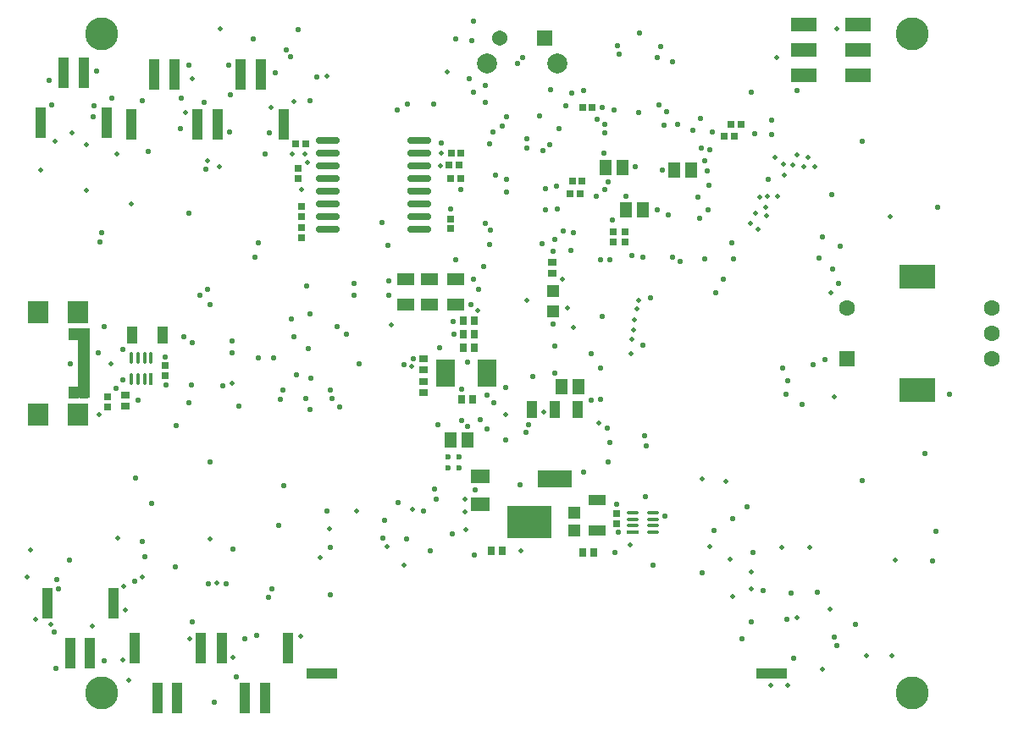
<source format=gbs>
G04*
G04 #@! TF.GenerationSoftware,Altium Limited,Altium Designer,22.1.2 (22)*
G04*
G04 Layer_Color=16711935*
%FSLAX44Y44*%
%MOMM*%
G71*
G04*
G04 #@! TF.SameCoordinates,DF868C21-73AE-4418-8FF8-C31C1020728F*
G04*
G04*
G04 #@! TF.FilePolarity,Negative*
G04*
G01*
G75*
%ADD31R,0.3750X1.1565*%
G04:AMPARAMS|DCode=32|XSize=1.1565mm|YSize=0.375mm|CornerRadius=0.1875mm|HoleSize=0mm|Usage=FLASHONLY|Rotation=90.000|XOffset=0mm|YOffset=0mm|HoleType=Round|Shape=RoundedRectangle|*
%AMROUNDEDRECTD32*
21,1,1.1565,0.0000,0,0,90.0*
21,1,0.7815,0.3750,0,0,90.0*
1,1,0.3750,0.0000,0.3908*
1,1,0.3750,0.0000,-0.3908*
1,1,0.3750,0.0000,-0.3908*
1,1,0.3750,0.0000,0.3908*
%
%ADD32ROUNDEDRECTD32*%
%ADD69R,0.8500X0.7500*%
%ADD73R,0.7500X0.8500*%
%ADD74R,0.7400X0.6400*%
%ADD81R,0.6400X0.7400*%
%ADD82R,1.0000X1.7500*%
%ADD84R,1.3000X1.2000*%
%ADD85R,1.9000X1.4500*%
%ADD86R,0.7500X0.6500*%
%ADD87R,0.6500X0.7500*%
%ADD95C,0.6500*%
%ADD96R,3.6000X2.4000*%
%ADD97R,1.6000X1.6000*%
%ADD98C,1.6000*%
%ADD99R,1.5400X1.5400*%
%ADD100C,1.5400*%
%ADD101C,2.0000*%
%ADD102C,3.3000*%
%ADD103C,0.5500*%
%ADD104C,0.5000*%
%ADD105C,0.6000*%
%ADD120R,1.1500X0.3000*%
G04:AMPARAMS|DCode=121|XSize=0.6mm|YSize=1.15mm|CornerRadius=0.15mm|HoleSize=0mm|Usage=FLASHONLY|Rotation=90.000|XOffset=0mm|YOffset=0mm|HoleType=Round|Shape=RoundedRectangle|*
%AMROUNDEDRECTD121*
21,1,0.6000,0.8500,0,0,90.0*
21,1,0.3000,1.1500,0,0,90.0*
1,1,0.3000,0.4250,0.1500*
1,1,0.3000,0.4250,-0.1500*
1,1,0.3000,-0.4250,-0.1500*
1,1,0.3000,-0.4250,0.1500*
%
%ADD121ROUNDEDRECTD121*%
G04:AMPARAMS|DCode=122|XSize=0.6mm|YSize=1.1mm|CornerRadius=0.15mm|HoleSize=0mm|Usage=FLASHONLY|Rotation=90.000|XOffset=0mm|YOffset=0mm|HoleType=Round|Shape=RoundedRectangle|*
%AMROUNDEDRECTD122*
21,1,0.6000,0.8000,0,0,90.0*
21,1,0.3000,1.1000,0,0,90.0*
1,1,0.3000,0.4000,0.1500*
1,1,0.3000,0.4000,-0.1500*
1,1,0.3000,-0.4000,-0.1500*
1,1,0.3000,-0.4000,0.1500*
%
%ADD122ROUNDEDRECTD122*%
%ADD123R,2.0000X2.1800*%
%ADD126R,1.1565X0.3750*%
G04:AMPARAMS|DCode=127|XSize=1.1565mm|YSize=0.375mm|CornerRadius=0.1875mm|HoleSize=0mm|Usage=FLASHONLY|Rotation=0.000|XOffset=0mm|YOffset=0mm|HoleType=Round|Shape=RoundedRectangle|*
%AMROUNDEDRECTD127*
21,1,1.1565,0.0000,0,0,0.0*
21,1,0.7815,0.3750,0,0,0.0*
1,1,0.3750,0.3908,0.0000*
1,1,0.3750,-0.3908,0.0000*
1,1,0.3750,-0.3908,0.0000*
1,1,0.3750,0.3908,0.0000*
%
%ADD127ROUNDEDRECTD127*%
%ADD130R,1.7062X1.1544*%
%ADD136R,1.0160X1.2090*%
%ADD137R,1.0160X1.2097*%
%ADD138R,1.1477X6.9907*%
%ADD139R,1.9050X2.7940*%
%ADD140O,2.4000X0.7000*%
%ADD141R,1.1000X3.1000*%
%ADD142R,2.6400X1.3700*%
%ADD143R,3.1000X1.1000*%
%ADD144O,1.8000X0.5500*%
%ADD145R,1.3000X1.5000*%
%ADD146R,1.7500X1.0000*%
%ADD147R,1.2500X1.2000*%
%ADD148R,4.4500X3.3000*%
%ADD149R,3.3500X1.8000*%
%ADD150R,1.1000X1.8000*%
D31*
X129342Y344266D02*
D03*
D32*
X122842D02*
D03*
X116342D02*
D03*
X109842D02*
D03*
Y365283D02*
D03*
X116342D02*
D03*
X122842D02*
D03*
X129342D02*
D03*
D69*
X401643Y353942D02*
D03*
Y364942D02*
D03*
Y330500D02*
D03*
Y341500D02*
D03*
X530583Y461099D02*
D03*
Y450099D02*
D03*
X103884Y317408D02*
D03*
Y328408D02*
D03*
D73*
X452889Y388920D02*
D03*
X441889D02*
D03*
Y375420D02*
D03*
X452889D02*
D03*
X439639Y323920D02*
D03*
X450639D02*
D03*
X441889Y402420D02*
D03*
X452889D02*
D03*
X560500Y171000D02*
D03*
X571500D02*
D03*
X469500Y172000D02*
D03*
X480500D02*
D03*
D74*
X143385Y357525D02*
D03*
Y347525D02*
D03*
X602920Y481406D02*
D03*
Y491406D02*
D03*
X591420Y481406D02*
D03*
Y491406D02*
D03*
X594500Y199670D02*
D03*
Y209670D02*
D03*
X279456Y485448D02*
D03*
Y495448D02*
D03*
X279626Y506904D02*
D03*
Y516904D02*
D03*
X428819Y504674D02*
D03*
Y494674D02*
D03*
X86000Y326616D02*
D03*
Y316616D02*
D03*
D81*
X718883Y598906D02*
D03*
X708883D02*
D03*
X712420Y587406D02*
D03*
X702420D02*
D03*
X548587Y530074D02*
D03*
X558587D02*
D03*
X550420Y542406D02*
D03*
X560420D02*
D03*
X570481Y616345D02*
D03*
X560481D02*
D03*
X438861Y545332D02*
D03*
X428861D02*
D03*
D82*
X110345Y388380D02*
D03*
X140845D02*
D03*
D84*
X530868Y432654D02*
D03*
Y411653D02*
D03*
D85*
X458750Y219000D02*
D03*
Y247000D02*
D03*
D86*
X276500Y555250D02*
D03*
Y545250D02*
D03*
D87*
X284250Y579500D02*
D03*
X274250D02*
D03*
X437519Y558130D02*
D03*
X427519D02*
D03*
X439236Y570560D02*
D03*
X429236D02*
D03*
D95*
X51050Y388900D02*
D03*
Y331100D02*
D03*
D96*
X895000Y333000D02*
D03*
Y447000D02*
D03*
D97*
X825000Y365000D02*
D03*
D98*
Y415000D02*
D03*
X970000Y365000D02*
D03*
Y390000D02*
D03*
Y415000D02*
D03*
D99*
X522500Y685138D02*
D03*
D100*
X477500D02*
D03*
D101*
X535050Y660238D02*
D03*
X464950D02*
D03*
D102*
X80000Y690000D02*
D03*
X890000D02*
D03*
Y30000D02*
D03*
X80000D02*
D03*
D103*
X764500Y104250D02*
D03*
X680500Y150500D02*
D03*
X35250Y143250D02*
D03*
X201000Y337500D02*
D03*
X294750Y646180D02*
D03*
X247250Y591000D02*
D03*
X36604Y134473D02*
D03*
X745939Y544439D02*
D03*
X621049Y378201D02*
D03*
X170750Y101500D02*
D03*
X34000Y54750D02*
D03*
X375750Y613500D02*
D03*
X385750Y619250D02*
D03*
X387923Y533018D02*
D03*
X272000Y386750D02*
D03*
X71750Y606500D02*
D03*
X419500Y580750D02*
D03*
X120750Y623000D02*
D03*
X72500Y617500D02*
D03*
X208250Y629000D02*
D03*
X159500Y625500D02*
D03*
X729500Y101500D02*
D03*
X504000Y290750D02*
D03*
X815250Y77250D02*
D03*
X32500Y91500D02*
D03*
X650500Y466000D02*
D03*
X408500Y172250D02*
D03*
X90500Y625250D02*
D03*
X260750Y333000D02*
D03*
X453750Y233750D02*
D03*
X169293Y338359D02*
D03*
X595500Y677750D02*
D03*
X465250Y328500D02*
D03*
X178000Y427750D02*
D03*
X470998Y591263D02*
D03*
X480750Y597250D02*
D03*
X484250Y606750D02*
D03*
X308750Y333000D02*
D03*
X523750Y513750D02*
D03*
X207500Y591250D02*
D03*
X101250Y343500D02*
D03*
X628500Y425750D02*
D03*
X658200Y462050D02*
D03*
X463750Y500250D02*
D03*
X468250Y493500D02*
D03*
X94500Y335250D02*
D03*
X613250Y556750D02*
D03*
X506500Y298500D02*
D03*
X446000Y296750D02*
D03*
X391250Y364750D02*
D03*
X431750Y402000D02*
D03*
X144250Y338000D02*
D03*
X520750Y573000D02*
D03*
X791500Y359000D02*
D03*
X711250Y464250D02*
D03*
X215000Y46000D02*
D03*
X810750Y454500D02*
D03*
X812500Y86000D02*
D03*
X537250Y594500D02*
D03*
X730750Y170750D02*
D03*
X430250Y189750D02*
D03*
X376500Y220500D02*
D03*
X768750Y130250D02*
D03*
X186250Y139250D02*
D03*
X304989Y212619D02*
D03*
X310190Y324537D02*
D03*
X318016Y316609D02*
D03*
X691936Y192936D02*
D03*
X182651Y621340D02*
D03*
X29592Y618927D02*
D03*
X484000Y335500D02*
D03*
X533087Y350163D02*
D03*
X510538Y346962D02*
D03*
X362500Y203000D02*
D03*
X439463Y302596D02*
D03*
X415750Y298250D02*
D03*
X498070Y238363D02*
D03*
X578550Y323629D02*
D03*
X569250Y323250D02*
D03*
X532596Y377500D02*
D03*
X483455Y283000D02*
D03*
X585233Y294826D02*
D03*
X561583Y251090D02*
D03*
X586039Y261276D02*
D03*
X710307Y204177D02*
D03*
X465615Y294614D02*
D03*
X468090Y478906D02*
D03*
X461865Y456900D02*
D03*
X472164Y320562D02*
D03*
X485042Y531303D02*
D03*
X463550Y621522D02*
D03*
X501061Y665899D02*
D03*
X495348Y660238D02*
D03*
X528739Y634007D02*
D03*
X549953Y630406D02*
D03*
X530868Y399571D02*
D03*
X720000Y84000D02*
D03*
X631373Y158239D02*
D03*
X593020Y171098D02*
D03*
X452889Y168000D02*
D03*
X596750Y190920D02*
D03*
X725000Y216021D02*
D03*
X385000Y184000D02*
D03*
X361465Y185250D02*
D03*
X308638Y175750D02*
D03*
X308630Y128386D02*
D03*
X580359Y615906D02*
D03*
X575359Y603906D02*
D03*
X582649Y599155D02*
D03*
X582920Y590906D02*
D03*
X771514Y65000D02*
D03*
X795761Y130750D02*
D03*
X412812Y233819D02*
D03*
X204322Y139633D02*
D03*
X243606Y569362D02*
D03*
X154688Y298000D02*
D03*
X439639Y334434D02*
D03*
X246704Y125978D02*
D03*
X468011Y579800D02*
D03*
X505000Y584471D02*
D03*
X517448Y607406D02*
D03*
X505000Y575461D02*
D03*
X473870Y548544D02*
D03*
X126296Y571721D02*
D03*
X130259Y219900D02*
D03*
X775000Y633399D02*
D03*
X544068Y617949D02*
D03*
X216747Y317408D02*
D03*
X258908Y323815D02*
D03*
X210439Y370440D02*
D03*
X167407Y320316D02*
D03*
X231465Y684450D02*
D03*
X610359Y467655D02*
D03*
X588220Y463400D02*
D03*
X578596D02*
D03*
X586420Y541748D02*
D03*
X581709Y570648D02*
D03*
X650240Y661677D02*
D03*
X643074Y206744D02*
D03*
X579920Y407212D02*
D03*
X597485Y669225D02*
D03*
X617920Y690340D02*
D03*
X638720Y677438D02*
D03*
X635169Y666010D02*
D03*
X82722Y396630D02*
D03*
X120250Y182015D02*
D03*
X122842Y166750D02*
D03*
X447389Y644750D02*
D03*
X616659Y611079D02*
D03*
X434236Y684917D02*
D03*
X268814Y666960D02*
D03*
X264354Y673720D02*
D03*
X253464Y650677D02*
D03*
X276256Y694131D02*
D03*
X840277Y242500D02*
D03*
X840094Y582500D02*
D03*
X915914Y516000D02*
D03*
X594500Y219314D02*
D03*
X450000Y682850D02*
D03*
X451419Y702150D02*
D03*
X288370Y622451D02*
D03*
X428819Y514162D02*
D03*
X682920Y562406D02*
D03*
X729155Y630905D02*
D03*
X367274Y427706D02*
D03*
Y442654D02*
D03*
X449019Y418532D02*
D03*
X288318Y409677D02*
D03*
X551829Y490938D02*
D03*
X541500Y492423D02*
D03*
X646480Y508906D02*
D03*
X682920Y464349D02*
D03*
X701342Y443778D02*
D03*
X796683Y465608D02*
D03*
X765714Y342500D02*
D03*
X417819Y375420D02*
D03*
X432599Y388920D02*
D03*
X800433Y486406D02*
D03*
X185486Y433777D02*
D03*
X188587Y418383D02*
D03*
X76916Y370858D02*
D03*
X48752Y359799D02*
D03*
X143385Y366442D02*
D03*
X116787Y323153D02*
D03*
X458683Y304000D02*
D03*
X451419Y631500D02*
D03*
X411617Y619545D02*
D03*
X360308Y501115D02*
D03*
X414650Y224000D02*
D03*
X211408Y174357D02*
D03*
X623316Y226874D02*
D03*
X622471Y287500D02*
D03*
X624170Y277500D02*
D03*
X587920Y281124D02*
D03*
X640410Y553467D02*
D03*
X603784Y527406D02*
D03*
X590359Y503648D02*
D03*
X574392Y526874D02*
D03*
X582920Y534031D02*
D03*
X463500Y638406D02*
D03*
X184183Y554656D02*
D03*
X113068Y141659D02*
D03*
X47848Y163500D02*
D03*
X233250Y466574D02*
D03*
X207209Y658750D02*
D03*
X167093Y658500D02*
D03*
X158592Y594927D02*
D03*
X236714Y480456D02*
D03*
X332618Y439560D02*
D03*
Y427995D02*
D03*
X269765Y404648D02*
D03*
X286260Y375150D02*
D03*
X251752Y365775D02*
D03*
X732708Y589706D02*
D03*
X690085Y591346D02*
D03*
X678653Y605398D02*
D03*
X687481Y573879D02*
D03*
X679475Y575461D02*
D03*
X484925Y543788D02*
D03*
X534333Y537705D02*
D03*
X433658Y463400D02*
D03*
X324244Y388920D02*
D03*
X210439Y382487D02*
D03*
X283729Y325000D02*
D03*
X289244Y345093D02*
D03*
X275000Y348934D02*
D03*
X236714Y365775D02*
D03*
X365878Y477641D02*
D03*
X256987Y198199D02*
D03*
X249741Y134485D02*
D03*
X337618Y359684D02*
D03*
X285118Y437435D02*
D03*
X315506Y396518D02*
D03*
X684982Y552976D02*
D03*
X686999Y538087D02*
D03*
X675850Y526345D02*
D03*
X677813Y505170D02*
D03*
X686226Y513583D02*
D03*
X620784Y466044D02*
D03*
X548789Y473136D02*
D03*
X533165Y484276D02*
D03*
X530917Y471877D02*
D03*
X519930Y479839D02*
D03*
X523973Y535015D02*
D03*
X833777Y98464D02*
D03*
X741526Y133000D02*
D03*
X438861Y533898D02*
D03*
X561477Y633399D02*
D03*
X637481Y618953D02*
D03*
X642480Y598002D02*
D03*
X655359Y599155D02*
D03*
X670618Y592805D02*
D03*
X760802Y355283D02*
D03*
X535296Y514202D02*
D03*
X457152Y433612D02*
D03*
X288318Y314158D02*
D03*
X170811Y380266D02*
D03*
X527996Y578906D02*
D03*
X101183Y373942D02*
D03*
X162441Y386602D02*
D03*
X710000Y480936D02*
D03*
X234911Y87778D02*
D03*
X80000Y490448D02*
D03*
X27460Y643000D02*
D03*
X74812Y652500D02*
D03*
X223407Y84000D02*
D03*
X82638Y62220D02*
D03*
X192811Y20562D02*
D03*
X913734Y191706D02*
D03*
X750000Y603467D02*
D03*
X803014Y363824D02*
D03*
X635359Y513382D02*
D03*
X779819Y319000D02*
D03*
X764130Y329094D02*
D03*
X591984Y613906D02*
D03*
X927085Y329094D02*
D03*
X902630Y270000D02*
D03*
X910924Y161886D02*
D03*
X818462Y476840D02*
D03*
X750000Y589000D02*
D03*
X810000Y528467D02*
D03*
X816500Y439852D02*
D03*
X644670Y612251D02*
D03*
X578596Y355283D02*
D03*
X569519Y369641D02*
D03*
X78093Y481381D02*
D03*
X401643Y212581D02*
D03*
X382393Y359000D02*
D03*
X693624Y430654D02*
D03*
X445519Y361275D02*
D03*
X451419Y444050D02*
D03*
X167093Y510000D02*
D03*
X188745Y261301D02*
D03*
X262188Y238000D02*
D03*
X113908Y245015D02*
D03*
X153383Y156235D02*
D03*
D104*
X710750Y127000D02*
D03*
X106750Y43000D02*
D03*
X688250Y177000D02*
D03*
X759500Y175750D02*
D03*
X762000Y548750D02*
D03*
X756000Y527250D02*
D03*
X738000Y526250D02*
D03*
X283000Y569250D02*
D03*
X285750Y561000D02*
D03*
X188250Y184500D02*
D03*
X249250Y616000D02*
D03*
X185500Y563000D02*
D03*
X8500Y173000D02*
D03*
X5250Y146250D02*
D03*
X787500Y175500D02*
D03*
X869500Y67250D02*
D03*
X210500Y339750D02*
D03*
X443500Y224250D02*
D03*
X365500Y176250D02*
D03*
X844500Y67000D02*
D03*
X298000Y165500D02*
D03*
X504780Y423000D02*
D03*
X545963Y415750D02*
D03*
X551533Y396250D02*
D03*
X744500Y507750D02*
D03*
X736000Y494000D02*
D03*
X728415Y500102D02*
D03*
X743529Y516145D02*
D03*
X733500Y510500D02*
D03*
X745843Y527285D02*
D03*
X609000Y369500D02*
D03*
X610288Y383962D02*
D03*
X611250Y393612D02*
D03*
X443320Y211750D02*
D03*
X390250Y357250D02*
D03*
X612375Y403625D02*
D03*
X614723Y414973D02*
D03*
X616529Y423279D02*
D03*
X873250Y162750D02*
D03*
X868250Y507250D02*
D03*
X390279Y214000D02*
D03*
X444320Y193750D02*
D03*
X608250Y178000D02*
D03*
X369250Y398552D02*
D03*
X270750Y569750D02*
D03*
X164000Y611250D02*
D03*
X95500Y569500D02*
D03*
X64350Y578400D02*
D03*
Y533100D02*
D03*
X120250Y146250D02*
D03*
X102250Y137250D02*
D03*
X70250Y97250D02*
D03*
X540500Y444250D02*
D03*
X761877Y559373D02*
D03*
X753007Y566257D02*
D03*
X793273Y556500D02*
D03*
X782134Y556706D02*
D03*
X770994Y558134D02*
D03*
X774680Y568500D02*
D03*
X786250Y566000D02*
D03*
X800323Y53677D02*
D03*
X335000Y212500D02*
D03*
X308000Y194500D02*
D03*
X775117Y105633D02*
D03*
X808000Y114086D02*
D03*
X809000Y430700D02*
D03*
X812750Y326344D02*
D03*
X729250Y151320D02*
D03*
X729500Y134000D02*
D03*
X77785Y308900D02*
D03*
X766000Y37594D02*
D03*
X382500Y158250D02*
D03*
X418750Y558040D02*
D03*
X279626Y533898D02*
D03*
X419750Y570604D02*
D03*
X96250Y184750D02*
D03*
X425750Y651750D02*
D03*
X14250Y104000D02*
D03*
X305057Y646999D02*
D03*
X456045Y412500D02*
D03*
X195500Y140000D02*
D03*
X29000Y99000D02*
D03*
X89200Y359250D02*
D03*
X198750Y694540D02*
D03*
X103750Y113000D02*
D03*
X101000Y63355D02*
D03*
X167750Y84250D02*
D03*
X211000Y66000D02*
D03*
X278657Y87250D02*
D03*
X272250Y621750D02*
D03*
X198000Y557000D02*
D03*
X170750Y644500D02*
D03*
X110000Y519250D02*
D03*
X19062Y553062D02*
D03*
X483500Y309000D02*
D03*
X50250Y590250D02*
D03*
X33125Y582265D02*
D03*
X708500Y163750D02*
D03*
X748750Y38000D02*
D03*
X522250Y311250D02*
D03*
X576535Y299847D02*
D03*
X680250Y244250D02*
D03*
X703750Y241500D02*
D03*
X499000Y172000D02*
D03*
X815000Y695000D02*
D03*
X755000Y666010D02*
D03*
D105*
X426519Y255802D02*
D03*
Y266802D02*
D03*
X437519Y255802D02*
D03*
Y266802D02*
D03*
D120*
X61800Y377500D02*
D03*
Y372500D02*
D03*
Y367500D02*
D03*
Y362500D02*
D03*
Y357500D02*
D03*
Y352500D02*
D03*
Y347500D02*
D03*
Y342500D02*
D03*
D121*
X62000Y384000D02*
D03*
Y336000D02*
D03*
D122*
X62300Y392000D02*
D03*
Y328000D02*
D03*
D123*
X56050Y411100D02*
D03*
Y308900D02*
D03*
X16750Y411100D02*
D03*
Y308900D02*
D03*
D126*
X610517Y190920D02*
D03*
D127*
Y197420D02*
D03*
Y203920D02*
D03*
Y210420D02*
D03*
X631534D02*
D03*
Y203920D02*
D03*
Y197420D02*
D03*
Y190920D02*
D03*
D130*
X407854Y418532D02*
D03*
Y444050D02*
D03*
X383618Y418532D02*
D03*
Y444050D02*
D03*
X433617Y418532D02*
D03*
Y444050D02*
D03*
D136*
X51670Y331095D02*
D03*
D137*
Y388908D02*
D03*
D138*
X61799Y360004D02*
D03*
D139*
X465570Y349934D02*
D03*
X423660D02*
D03*
D140*
X306118Y494448D02*
D03*
Y507148D02*
D03*
Y519848D02*
D03*
Y532548D02*
D03*
Y545248D02*
D03*
Y557948D02*
D03*
Y570648D02*
D03*
Y583348D02*
D03*
X397118Y494448D02*
D03*
Y507148D02*
D03*
Y519848D02*
D03*
Y532548D02*
D03*
Y545248D02*
D03*
Y557948D02*
D03*
Y570648D02*
D03*
Y583348D02*
D03*
D141*
X48459Y70078D02*
D03*
X68459D02*
D03*
X91459Y120078D02*
D03*
X25459D02*
D03*
X135645Y25000D02*
D03*
X155645D02*
D03*
X178645Y75000D02*
D03*
X112645D02*
D03*
X223407Y25000D02*
D03*
X243407D02*
D03*
X266407Y75000D02*
D03*
X200407D02*
D03*
X62062Y650500D02*
D03*
X42062D02*
D03*
X19062Y600500D02*
D03*
X85062D02*
D03*
X152811Y649340D02*
D03*
X132811D02*
D03*
X109811Y599340D02*
D03*
X175811D02*
D03*
X239214Y649340D02*
D03*
X219214D02*
D03*
X196214Y599340D02*
D03*
X262214D02*
D03*
D142*
X781798Y648600D02*
D03*
X836398D02*
D03*
X781798Y674000D02*
D03*
X836398D02*
D03*
X781798Y699400D02*
D03*
X836398D02*
D03*
D143*
X750000Y50000D02*
D03*
X300000D02*
D03*
D144*
X465615Y359684D02*
D03*
Y353184D02*
D03*
Y346684D02*
D03*
Y340184D02*
D03*
X423615Y359684D02*
D03*
Y353184D02*
D03*
Y346684D02*
D03*
Y340184D02*
D03*
D145*
X669480Y553467D02*
D03*
X652480D02*
D03*
X428519Y283052D02*
D03*
X445519D02*
D03*
X557000Y336780D02*
D03*
X540000D02*
D03*
X583484Y556345D02*
D03*
X600484D02*
D03*
X620784Y513388D02*
D03*
X603784D02*
D03*
D146*
X575000Y223580D02*
D03*
Y193080D02*
D03*
D147*
X552115Y210124D02*
D03*
Y192624D02*
D03*
D148*
X507615Y201374D02*
D03*
D149*
X533000Y244500D02*
D03*
D150*
X556000Y313500D02*
D03*
X533000D02*
D03*
X510000D02*
D03*
M02*

</source>
